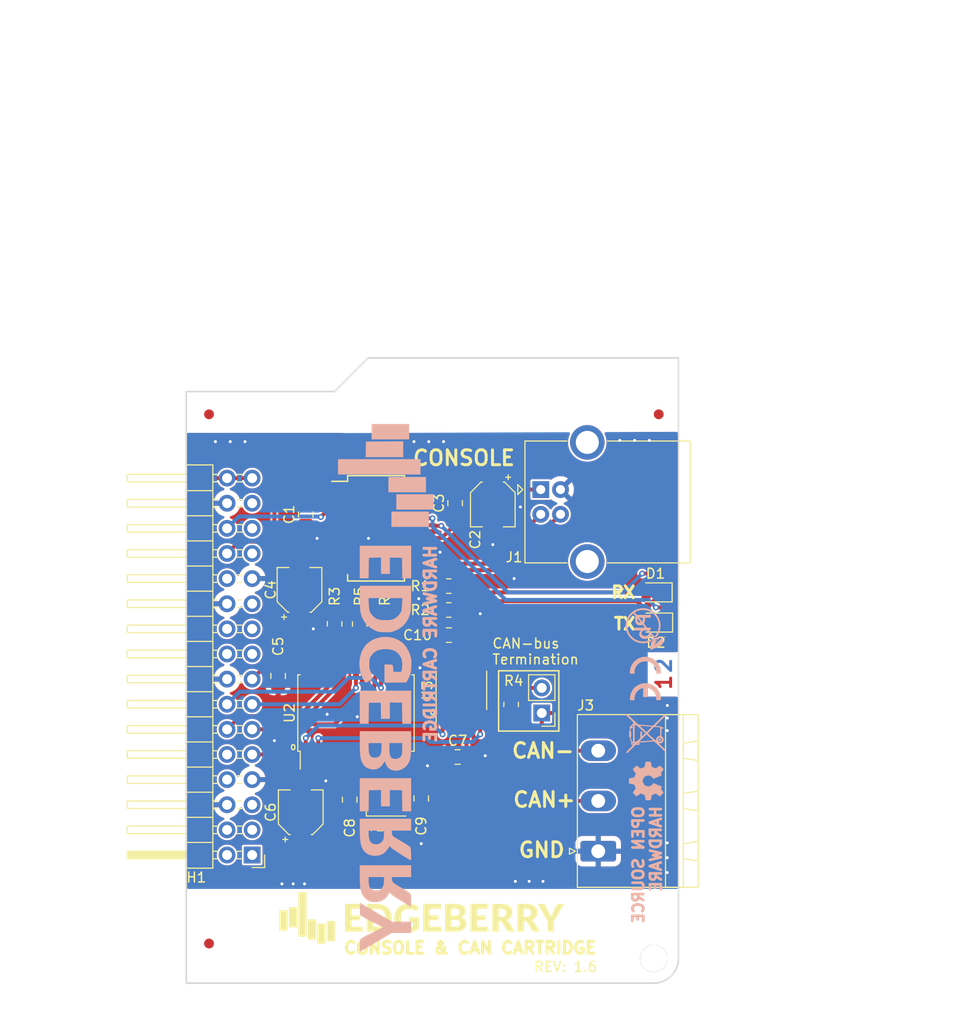
<source format=kicad_pcb>
(kicad_pcb (version 20240108) (generator "pcbnew") (generator_version "8.0")
  (layers (0 "F.Cu" mixed) (31 "B.Cu" signal) (34 "B.Paste" user) (35 "F.Paste" user) (36 "B.SilkS" user "B.Silkscreen") (37 "F.SilkS" user "F.Silkscreen") (38 "B.Mask" user) (39 "F.Mask" user) (44 "Edge.Cuts" user))
  (net 0 "")
  (net 1 "GND")
  (net 2 "LED_RX")
  (net 3 "Net-(U2-OSC2)")
  (net 4 "LED_TX")
  (net 5 "Net-(U2-OSC1)")
  (net 6 "Net-(D1-A)")
  (net 7 "Net-(D2-A)")
  (net 8 "VBUS")
  (net 9 "USB_D-")
  (net 11 "USB_D+")
  (net 15 "UART_RX")
  (net 16 "UART_TX")
  (net 17 "VCCIO")
  (net 23 "TX_CAN")
  (net 24 "RX_CAN")
  (net 25 "+3V3")
  (net 26 "+5V")
  (net 27 "SPI_SCL")
  (net 28 "SPI_MOSI")
  (net 29 "SPI_MISO")
  (net 30 "SPI_CS0")
  (net 31 "Net-(JP1-B)")
  (net 32 "Net-(U2-~{RESET})")
  (net 47 "INT")
  (net 48 "CAN_D-")
  (net 49 "CAN_D+")
  (footprint "emcosys:SpuQ_5mm_copper" (layer "F.Cu") (at 155.575 121.92)
    (property "Reference" "G***" (hide yes))
    (property "Value" "LOGO" (hide yes))
  )
  (footprint "emcosys:Hole_M2.5_small" (layer "F.Cu") (at 172.5 132.5)
    (property "Reference" "REF**" (hide yes))
    (property "Value" "Hole_M2.5_small" (hide yes))
  )
  (footprint "Fiducials:Fiducial_1mm_Dia_2.54mm_Outer_CopperTop" (layer "F.Cu") (at 127.5 77.5)
    (property "Reference" "REF**" (hide yes))
    (property "Value" "Fiducial_1mm_Dia_2.54mm_Outer_CopperTop" (hide yes))
  )
  (footprint "Fiducials:Fiducial_1mm_Dia_2.54mm_Outer_CopperTop" (layer "F.Cu") (at 173 77.5)
    (property "Reference" "REF**" (hide yes))
    (property "Value" "Fiducial_1mm_Dia_2.54mm_Outer_CopperTop" (hide yes))
  )
  (footprint "Fiducials:Fiducial_1mm_Dia_2.54mm_Outer_CopperTop" (layer "F.Cu") (at 127.5 131)
    (property "Reference" "REF**" (hide yes))
    (property "Value" "Fiducial_1mm_Dia_2.54mm_Outer_CopperTop" (hide yes))
  )
  (footprint "" (layer "F.Cu") (at 159.004 86.868)
    (property "Reference" "")
    (property "Value" "")
  )
  (footprint "Capacitor_SMD:C_0805_2012Metric" (layer "F.Cu") (at 152.654 112.141 180)
    (property "Reference" "C7")
    (property "Value" "100nF")
  )
  (footprint "" (layer "F.Cu") (at 142.494 108.077)
    (property "Reference" "")
    (property "Value" "")
  )
  (footprint "Resistor_SMD:R_0805_2012Metric" (layer "F.Cu") (at 151.765 97.282)
    (property "Reference" "R2")
    (property "Value" "22R")
  )
  (footprint "" (layer "F.Cu") (at 143.637 90.043)
    (property "Reference" "")
    (property "Value" "")
  )
  (footprint "Capacitor_SMD:C_0805_2012Metric" (layer "F.Cu") (at 137.287 87.63 90)
    (property "Reference" "C1")
    (property "Value" "100nF")
  )
  (footprint "LED_SMD:LED_0805_2012Metric" (layer "F.Cu") (at 172.6715 95.504 180)
    (property "Reference" "D1")
    (property "Value" "LED")
  )
  (footprint "" (layer "F.Cu") (at 150.876 91.44)
    (property "Reference" "")
    (property "Value" "")
  )
  (footprint "Connector_PinHeader_2.54mm:PinHeader_1x02_P2.54mm_Vertical" (layer "F.Cu") (at 161.163 107.701 180)
    (property "Reference" "JP1" (hide yes))
    (property "Value" "Jumper_2_Open" (hide yes))
  )
  (footprint "Package_SO:SSOP-28_5.3x10.2mm_P0.65mm" (layer "F.Cu") (at 144.399 89.027)
    (property "Reference" "U1")
    (property "Value" "FT232RL")
  )
  (footprint "Connector_USB:USB_B_OST_USB-B1HSxx_Horizontal" (layer "F.Cu") (at 161.0625 85.11)
    (property "Reference" "J1")
    (property "Value" "USB_B")
  )
  (footprint "Resistor_SMD:R_0805_2012Metric" (layer "F.Cu") (at 158.068 106.8305 90)
    (property "Reference" "R4")
    (property "Value" "120R")
  )
  (footprint "Package_SO:SOIC-18W_7.5x11.6mm_P1.27mm" (layer "F.Cu") (at 142.367 107.696 90)
    (property "Reference" "U2")
    (property "Value" "MCP2515")
  )
  (footprint "Capacitor_SMD:CP_Elec_4x5.4" (layer "F.Cu") (at 136.652 95.25 90)
    (property "Reference" "C4")
    (property "Value" "10uF")
  )
  (footprint "Resistor_SMD:R_0805_2012Metric" (layer "F.Cu") (at 140.208 98.679 -90)
    (property "Reference" "R3")
    (property "Value" "4K7")
  )
  (footprint "Resistor_SMD:R_0805_2012Metric" (layer "F.Cu") (at 145.288 98.7025 -90)
    (property "Reference" "R6")
    (property "Value" "4K7")
  )
  (footprint "" (layer "F.Cu") (at 173.863 109.474)
    (property "Reference" "")
    (property "Value" "")
  )
  (footprint "" (layer "F.Cu") (at 148.844 103.124)
    (property "Reference" "")
    (property "Value" "")
  )
  (footprint "Capacitor_SMD:C_0805_2012Metric" (layer "F.Cu") (at 152.4 86.487 90)
    (property "Reference" "C3")
    (property "Value" "100nF")
  )
  (footprint "" (layer "F.Cu") (at 154.94 97.663)
    (property "Reference" "")
    (property "Value" "")
  )
  (footprint "Crystal:Crystal_SMD_3225-4Pin_3.2x2.5mm" (layer "F.Cu") (at 145.415 116.459)
    (property "Reference" "Y1")
    (property "Value" "16MHz")
  )
  (footprint "LED_SMD:LED_0805_2012Metric" (layer "F.Cu") (at 172.72 98.552 180)
    (property "Reference" "D2")
    (property "Value" "LED")
  )
  (footprint "LOGO" (layer "F.Cu") (at 149.225 128.397)
    (property "Reference" "G***" (hide yes))
    (property "Value" "LOGO" (hide yes))
  )
  (footprint "Connector_PinHeader_2.54mm:PinHeader_2x16_P2.54mm_Horizontal" (layer "F.Cu") (at 131.865 122.05 180)
    (property "Reference" "H1")
    (property "Value" "Edgeberry_Cartridge_Header")
  )
  (footprint "Connector_Phoenix_MSTB:PhoenixContact_MSTBA_2,5_3-G-5,08_1x03_P5.08mm_Horizontal" (layer "F.Cu") (at 166.878 121.666 90)
    (property "Reference" "J3")
    (property "Value" "Screw_Terminal_01x03")
  )
  (footprint "Resistor_SMD:R_0805_2012Metric" (layer "F.Cu") (at 142.748 98.7025 -90)
    (property "Reference" "R5")
    (property "Value" "4K7")
  )
  (footprint "Resistor_SMD:R_0805_2012Metric" (layer "F.Cu") (at 151.765 94.869)
    (property "Reference" "R1")
    (property "Value" "22R")
  )
  (footprint "" (layer "F.Cu") (at 139.446 107.823)
    (property "Reference" "")
    (property "Value" "")
  )
  (footprint "" (layer "F.Cu") (at 138.049 99.187)
    (property "Reference" "")
    (property "Value" "")
  )
  (footprint "Capacitor_SMD:CP_Elec_4x5.4" (layer "F.Cu") (at 136.779 117.729 90)
    (property "Reference" "C6")
    (property "Value" "10uF")
  )
  (footprint "Capacitor_SMD:C_0805_2012Metric" (layer "F.Cu") (at 148.971 116.332 -90)
    (property "Reference" "C9")
    (property "Value" "22pF")
  )
  (footprint "Capacitor_SMD:C_0805_2012Metric" (layer "F.Cu") (at 134.493 103.947 -90)
    (property "Reference" "C5")
    (property "Value" "100nF")
  )
  (footprint "" (layer "F.Cu") (at 156.21 90.678)
    (property "Reference" "")
    (property "Value" "")
  )
  (footprint "Capacitor_SMD:C_0805_2012Metric" (layer "F.Cu") (at 151.765 99.822 180)
    (property "Reference" "C10")
    (property "Value" "100nF")
  )
  (footprint "Capacitor_SMD:C_0805_2012Metric" (layer "F.Cu") (at 141.732 116.459 90)
    (property "Reference" "C8")
    (property "Value" "22pF")
  )
  (footprint "Package_SO:SOIC-8_3.9x4.9mm_P1.27mm" (layer "F.Cu") (at 153.035 105.41 90)
    (property "Reference" "U3")
    (property "Value" "MCP2562")
  )
  (footprint "Capacitor_SMD:CP_Elec_4x5.4" (layer "F.Cu") (at 156.21 86.614 -90)
    (property "Reference" "C2")
    (property "Value" "10uF")
  )
  (footprint "emcosys:Hole_M2.5" (layer "B.Cu") (at 161.6974 132.299 180)
    (property "Reference" "REF**" (hide yes))
    (property "Value" "Hole_M3" (hide yes))
  )
  (footprint "emcosys:via_0.6mm" (layer "B.Cu") (at 138.557 110.236 -90)
    (property "Reference" "REF**" (hide yes))
    (property "Value" "via_0.6mm" (hide yes))
  )
  (footprint "emcosys:via_0.6mm" (layer "B.Cu") (at 149.606 113.03 -90)
    (property "Reference" "REF**" (hide yes))
    (property "Value" "via_0.6mm" (hide yes))
  )
  (footprint "emcosys:via_0.6mm" (layer "B.Cu") (at 138.43 90.043 -90)
    (property "Reference" "REF**" (hide yes))
    (property "Value" "via_0.6mm" (hide yes))
  )
  (footprint "emcosys:via_0.6mm" (layer "B.Cu") (at 151.13 109.855 -90)
    (property "Reference" "REF**" (hide yes))
    (property "Value" "via_0.6mm" (hide yes))
  )
  (footprint "emcosys:via_0.6mm" (layer "B.Cu") (at 129.643 80.264 -90)
    (property "Reference" "REF**" (hide yes))
    (property "Value" "via_0.6mm" (hide yes))
  )
  (footprint "emcosys:via_0.6mm" (layer "B.Cu") (at 138.811 87.884 -90)
    (property "Reference" "REF**" (hide yes))
    (property "Value" "via_0.6mm" (hide yes))
  )
  (footprint "emcosys:via_0.6mm" (layer "B.Cu") (at 134.874 124.968 -90)
    (property "Reference" "REF**" (hide yes))
    (property "Value" "via_0.6mm" (hide yes))
  )
  (footprint "emcosys:via_0.6mm" (layer "B.Cu") (at 139.319 114.554 -90)
    (property "Reference" "REF**" (hide yes))
    (property "Value" "via_0.6mm" (hide yes))
  )
  (footprint "emcosys:via_0.6mm" (layer "B.Cu") (at 148.717 96.139 -90)
    (property "Reference" "REF**" (hide yes))
    (property "Value" "via_0.6mm" (hide yes))
  )
  (footprint "emcosys:via_0.6mm" (layer "B.Cu") (at 154.94 109.855 -90)
    (property "Reference" "REF**" (hide yes))
    (property "Value" "via_0.6mm" (hide yes))
  )
  (footprint "emcosys:via_0.6mm" (layer "B.Cu") (at 142.367 105.156 -90)
    (property "Reference" "REF**" (hide yes))
    (property "Value" "via_0.6mm" (hide yes))
  )
  (footprint "emcosys:via_0.6mm" (layer "B.Cu") (at 128.143 80.264 -90)
    (property "Reference" "REF**" (hide yes))
    (property "Value" "via_0.6mm" (hide yes))
  )
  (footprint "emcosys:via_0.6mm" (layer "B.Cu") (at 137.287 110.236 -90)
    (property "Reference" "REF**" (hide yes))
    (property "Value" "via_0.6mm" (hide yes))
  )
  (footprint "emcosys:via_0.6mm" (layer "B.Cu") (at 172.72 97.028 -90)
    (property "Reference" "REF**" (hide yes))
    (property "Value" "via_0.6mm" (hide yes))
  )
  (footprint "emcosys:via_0.6mm" (layer "B.Cu") (at 149.733 80.264 -90)
    (property "Reference" "REF**" (hide yes))
    (property "Value" "via_0.6mm" (hide yes))
  )
  (footprint "emcosys:via_0.6mm" (layer "B.Cu") (at 172.061 80.137 -90)
    (property "Reference" "REF**" (hide yes))
    (property "Value" "via_0.6mm" (hide yes))
  )
  (footprint "emcosys:via_0.6mm" (layer "B.Cu") (at 151.233 80.264 -90)
    (property "Reference" "REF**" (hide yes))
    (property "Value" "via_0.6mm" (hide yes))
  )
  (footprint "emcosys:via_0.6mm" (layer "B.Cu") (at 137.16 124.968 -90)
    (property "Reference" "REF**" (hide yes))
    (property "Value" "via_0.6mm" (hide yes))
  )
  (footprint "emcosys:via_0.6mm" (layer "B.Cu") (at 170.561 80.137 -90)
    (property "Reference" "REF**" (hide yes))
    (property "Value" "via_0.6mm" (hide yes))
  )
  (footprint "emcosys:via_0.6mm" (layer "B.Cu") (at 136.017 124.968 -90)
    (property "Reference" "REF**" (hide yes))
    (property "Value" "via_0.6mm" (hide yes))
  )
  (footprint "emcosys:via_0.6mm" (layer "B.Cu") (at 158.369 94.107 -90)
    (property "Reference" "REF**" (hide yes))
    (property "Value" "via_0.6mm" (hide yes))
  )
  (footprint "emcosys:via_0.6mm" (layer "B.Cu") (at 131.143 80.264 -90)
    (property "Reference" "REF**" (hide yes))
    (property "Value" "via_0.6mm" (hide yes))
  )
  (footprint "emcosys:via_0.6mm" (layer "B.Cu") (at 155.448 112.014 -90)
    (property "Reference" "REF**" (hide yes))
    (property "Value" "via_0.6mm" (hide yes))
  )
  (footprint "emcosys:via_0.6mm" (layer "B.Cu") (at 134.112 110.49 90)
    (property "Reference" "REF**" (hide yes))
    (property "Value" "via_0.6mm" (hide yes))
  )
  (footprint "emcosys:via_0.6mm" (layer "B.Cu") (at 171.323 93.599 -90)
    (property "Reference" "REF**" (hide yes))
    (property "Value" "via_0.6mm" (hide yes))
  )
  (footprint "emcosys:via_0.6mm" (layer "B.Cu") (at 148.971 120.904 180)
    (property "Reference" "REF**" (hide yes))
    (property "Value" "via_0.6mm" (hide yes))
  )
  (footprint "emcosys:via_0.6mm" (layer "B.Cu") (at 173.873 108.204 -90)
    (property "Reference" "REF**" (hide yes))
    (property "Value" "via_0.6mm" (hide yes))
  )
  (footprint "emcosys:via_0.6mm" (layer "B.Cu") (at 148.233 80.264 -90)
    (property "Reference" "REF**" (hide yes))
    (property "Value" "via_0.6mm" (hide yes))
  )
  (footprint "emcosys:via_0.6mm" (layer "B.Cu") (at 161.29 124.714 -90)
    (property "Reference" "REF**" (hide yes))
    (property "Value" "via_0.6mm" (hide yes))
  )
  (footprint "emcosys:via_0.6mm" (layer "B.Cu") (at 159.893 124.714 -90)
    (property "Reference" "REF**" (hide yes))
    (property "Value" "via_0.6mm" (hide yes))
  )
  (footprint "emcosys:via_0.6mm" (layer "B.Cu") (at 169.061 80.137 -90)
    (property "Reference" "REF**" (hide yes))
    (property "Value" "via_0.6mm" (hide yes))
  )
  (footprint "emcosys:via_0.6mm" (layer "B.Cu") (at 151.003 88.773 -90)
    (property "Reference" "REF**" (hide yes))
    (property "Value" "via_0.6mm" (hide yes))
  )
  (footprint "emcosys:via_0.6mm" (layer "B.Cu") (at 173.863 122.325 -90)
    (property "Reference" "REF**" (hide yes))
    (property "Value" "via_0.6mm" (hide yes))
  )
  (footprint "emcosys:via_0.6mm" (layer "B.Cu") (at 173.863 120.825 -90)
    (property "Reference" "REF**" (hide yes))
    (property "Value" "via_0.6mm" (hide yes))
  )
  (footprint "emcosys:via_0.6mm" (layer "B.Cu") (at 173.863 123.825 -90)
    (property "Reference" "REF**" (hide yes))
    (property "Value" "via_0.6mm" (hide yes))
  )
  (footprint "emcosys:via_0.6mm" (layer "B.Cu") (at 158.496 124.714 -90)
    (property "Reference" "REF**" (hide yes))
    (property "Value" "via_0.6mm" (hide yes))
  )
  (footprint "emcosys:via_0.6mm" (layer "B.Cu") (at 144.907 105.156 -90)
    (property "Reference" "REF**" (hide yes))
    (property "Value" "via_0.6mm" (hide yes))
  )
  (footprint "emcosys:via_0.6mm" (layer "B.Cu") (at 173.873 106.934 -90)
    (property "Reference" "REF**" (hide yes))
    (property "Value" "via_0.6mm" (hide yes))
  )
  (footprint "emcosys:via_0.6mm" (layer "B.Cu") (at 150.114 88.011 -90)
    (property "Reference" "REF**" (hide yes))
    (property "Value" "via_0.6mm" (hide yes))
  )
  (footprint "LOGO" (layer "B.Cu") (at 171.65 104.2 -90)
    (property "Reference" "G***" (hide yes))
    (property "Value" "LOGO" (hide yes))
  )
  (footprint "LOGO" (layer "B.Cu") (at 171.7 109.75 -90)
    (property "Reference" "G***" (hide yes))
    (property "Value" "LOGO" (hide yes))
  )
  (footprint "LOGO" (layer "B.Cu") (at 171.704 114.554 -90)
    (property "Reference" "G***" (hide yes))
    (property "Value" "LOGO" (hide yes))
  )
  (footprint "LOGO" (layer "B.Cu") (at 145.35 105.533944 -90)
    (property "Reference" "G***" (hide yes))
    (property "Value" "LOGO" (hide yes))
  )
  (footprint "LOGO" (layer "B.Cu") (at 171.75 99.25 -90)
    (property "Reference" "G***" (hide yes))
    (property "Value" "LOGO" (hide yes))
  )
  (gr_line (start 156.798 109.521) (end 156.798 103.425) (stroke (width 0.15)) (layer "F.SilkS"))
  (gr_line (start 162.894 103.425) (end 162.894 109.521) (stroke (width 0.15)) (layer "F.SilkS"))
  (gr_line (start 162.894 109.521) (end 156.798 109.521) (stroke (width 0.15)) (layer "F.SilkS"))
  (gr_line (start 156.798 103.425) (end 162.894 103.425) (stroke (width 0.15)) (layer "F.SilkS"))
  (gr_line (start 125.2 135) (end 172.5 135) (stroke (width 0.15)) (layer "Edge.Cuts"))
  (gr_line (start 125.2 75.2) (end 125.2 135) (stroke (width 0.15)) (layer "Edge.Cuts"))
  (gr_line (start 140.2 75.2) (end 125.2 75.2) (stroke (width 0.15)) (layer "Edge.Cuts"))
  (gr_line (start 175 132.5) (end 175 71.8) (stroke (width 0.15)) (layer "Edge.Cuts"))
  (gr_line (start 175 71.8) (end 143.6 71.8) (stroke (width 0.15)) (layer "Edge.Cuts"))
  (gr_line (start 143.6 71.8) (end 140.2 75.2) (stroke (width 0.15)) (layer "Edge.Cuts"))
  (gr_arc (start 175 132.5) (mid 174.267767 134.267767) (end 172.5 135) (stroke (width 0.15)) (layer "Edge.Cuts"))
  (gr_text "1" (at 173.526 104.595 90) (layer "F.Cu") (effects (font (size 1.5 1.5) (thickness 0.3))))
  (gr_text "2" (at 173.526 102.895 90) (layer "B.Cu") (effects (font (size 1.5 1.5) (thickness 0.3))))
  (gr_text "OPEN SOURCE\nHARDWARE" (at 171.831 116.967 90) (layer "B.SilkS") (effects (font (size 1.1 1.1) (thickness 0.275)) (justify left mirror)))
  (gr_text "HARDWARE CARTRIDGE" (at 149.9 100.711 90) (layer "B.SilkS") (effects (font (size 1.2 1.2) (thickness 0.3)) (justify mirror)))
  (gr_text "CAN+" (at 161.417 116.459 0) (layer "F.SilkS") (effects (font (size 1.5 1.5) (thickness 0.3))))
  (gr_text "REV: 1.6" (at 163.576 133.35 0) (layer "F.SilkS") (effects (font (size 1 1))))
  (gr_text "O" (at 150.114 107.569 180) (layer "F.SilkS") (effects (font (size 0.5 0.5) (thickness 0.125))))
  (gr_text "RX" (at 169.418 95.504 0) (layer "F.SilkS") (effects (font (size 1.2 1.2) (thickness 0.3))))
  (gr_text "CAN-bus\nTermination" (at 156.083 101.473 0) (layer "F.SilkS") (effects (font (size 1 1)) (justify left)))
  (gr_text "O" (at 136.017 111.125 180) (layer "F.SilkS") (effects (font (size 0.5 0.5) (thickness 0.125))))
  (gr_text "CONSOLE & CAN CARTRIDGE" (at 153.924 131.445 0) (layer "F.SilkS") (effects (font (size 1.2 1.2) (thickness 0.3))))
  (gr_text "CAN-" (at 161.29 111.506 0) (layer "F.SilkS") (effects (font (size 1.5 1.5) (thickness 0.3))))
  (gr_text "GND" (at 161.163 121.539 0) (layer "F.SilkS") (effects (font (size 1.5 1.5) (thickness 0.3))))
  (gr_text "TX" (at 169.545 98.679 0) (layer "F.SilkS") (effects (font (size 1.2 1.2) (thickness 0.3))))
  (gr_text "O" (at 141.732 83.185 90) (layer "F.SilkS") (effects (font (size 0.5 0.5) (thickness 0.125))))
  (gr_text "CONSOLE" (at 153.289 81.915 0) (layer "F.SilkS") (effects (font (size 1.5 1.5) (thickness 0.3))))
  (segment (start 167.767 120.904) (end 166.878 120.904) (width 0.4) (layer "F.Cu") (net 1))
  (segment (start 148.007511 88.710511) (end 150.305511 88.710511) (width 0.4) (layer "F.Cu") (net 2))
  (segment (start 172.593 93.599) (end 171.323 93.599) (width 0.4) (layer "F.Cu") (net 2))
  (segment (start 150.305511 88.710511) (end 150.368 88.773) (width 0.4) (layer "F.Cu") (net 2))
  (segment (start 173.609 95.504) (end 173.609 94.615) (width 0.4) (layer "F.Cu") (net 2))
  (segment (start 147.999 88.702) (end 148.007511 88.710511) (width 0.4) (layer "F.Cu") (net 2))
  (segment (start 150.368 88.773) (end 151.003 88.773) (width 0.4) (layer "F.Cu") (net 2))
  (segment (start 173.609 94.615) (end 172.593 93.599) (width 0.4) (layer "F.Cu") (net 2))
  (segment (start 157.734 95.504) (end 151.003 88.773) (width 0.4) (layer "B.Cu") (net 2))
  (segment (start 169.418 95.504) (end 157.734 95.504) (width 0.4) (layer "B.Cu") (net 2))
  (segment (start 171.323 93.599) (end 169.418 95.504) (width 0.4) (layer "B.Cu") (net 2))
  (segment (start 144.526 113.792) (end 144.907 113.411) (width 0.4) (layer "F.Cu") (net 3))
  (segment (start 142.814 117.409) (end 142.914 117.309) (width 0.4) (layer "F.Cu") (net 3))
  (segment (start 142.914 114.769) (end 143.891 113.792) (width 0.4) (layer "F.Cu") (net 3))
  (segment (start 142.914 117.309) (end 142.914 114.769) (width 0.4) (layer "F.Cu") (net 3))
  (segment (start 142.914 117.309) (end 144.315 117.309) (width 0.4) (layer "F.Cu") (net 3))
  (segment (start 143.891 113.792) (end 144.526 113.792) (width 0.4) (layer "F.Cu") (net 3))
  (segment (start 141.732 117.409) (end 142.814 117.409) (width 0.4) (layer "F.Cu") (net 3))
  (segment (start 144.907 113.411) (end 144.907 112.346) (width 0.4) (layer "F.Cu") (net 3))
  (segment (start 149.479 88.011) (end 150.114 88.011) (width 0.4) (layer "F.Cu") (net 4))
  (segment (start 173.6575 98.552) (end 173.6575 97.4575) (width 0.4) (layer "F.Cu") (net 4))
  (segment (start 149.438 88.052) (end 149.479 88.011) (width 0.4) (layer "F.Cu") (net 4))
  (segment (start 173.228 97.028) (end 172.72 97.028) (width 0.4) (layer "F.Cu") (net 4))
  (segment (start 173.6575 97.4575) (end 173.228 97.028) (width 0.4) (layer "F.Cu") (net 4))
  (segment (start 147.999 88.052) (end 149.438 88.052) (width 0.4) (layer "F.Cu") (net 4))
  (segment (start 173.736 99.1385) (end 173.6575 99.06) (width 0.4) (layer "F.Cu") (net 4))
  (segment (start 171.958 96.266) (end 172.72 97.028) (width 0.4) (layer "B.Cu") (net 4))
  (segment (start 150.114 88.011) (end 150.114 88.873259) (width 0.4) (layer "B.Cu") (net 4))
  (segment (start 157.506741 96.266) (end 171.958 96.266) (width 0.4) (layer "B.Cu") (net 4))
  (segment (start 150.114 88.873259) (end 157.506741 96.266) (width 0.4) (layer "B.Cu") (net 4))
  (segment (start 147.789 115.609) (end 146.515 115.609) (width 0.4) (layer "F.Cu") (net 5))
  (segment (start 148.016 115.382) (end 147.789 115.609) (width 0.4) (layer "F.Cu") (net 5))
  (segment (start 148.971 115.382) (end 148.016 115.382) (width 0.4) (layer "F.Cu") (net 5))
  (segment (start 146.177 113.919) (end 146.515 114.257) (width 0.4) (layer "F.Cu") (net 5))
  (segment (start 146.177 112.346) (end 146.177 113.919) (width 0.4) (layer "F.Cu") (net 5))
  (segment (start 146.515 114.257) (end 146.515 115.609) (width 0.4) (layer "F.Cu") (net 5))
  (segment (start 153.67 94.869) (end 154.305 95.504) (width 0.4) (layer "F.Cu") (net 6))
  (segment (start 152.6775 94.869) (end 153.67 94.869) (width 0.4) (layer "F.Cu") (net 6))
  (segment (start 154.305 95.504) (end 171.734 95.504) (width 0.4) (layer "F.Cu") (net 6))
  (segment (start 171.7825 97.3605) (end 171.7825 98.552) (width 0.4) (layer "F.Cu") (net 7))
  (segment (start 153.289 97.282) (end 154.178 96.393) (width 0.4) (layer "F.Cu") (net 7))
  (segment (start 152.6775 97.282) (end 153.289 97.282) (width 0.4) (layer "F.Cu") (net 7))
  (segment (start 154.178 96.393) (end 170.815 96.393) (width 0.4) (layer "F.Cu") (net 7))
  (segment (start 170.815 96.393) (end 171.7825 97.3605) (width 0.4) (layer "F.Cu") (net 7))
  (segment (start 155.704 85.11) (end 161.0625 85.11) (width 0.4) (layer "F.Cu") (net 8))
  (segment (start 152.4 88.646) (end 151.044 90.002) (width 0.4) (layer "F.Cu") (net 8))
  (segment (start 155.575 85.239) (end 155.704 85.11) (width 0.4) (layer "F.Cu") (net 8))
  (segment (start 151.044 90.002) (end 147.999 90.002) (width 0.4) (layer "F.Cu") (net 8))
  (segment (start 154.305 87.122) (end 153.924 87.503) (width 0.4) (layer "F.Cu") (net 8))
  (segment (start 152.4 87.437) (end 152.4 88.646) (width 0.4) (layer "F.Cu") (net 8))
  (segment (start 153.924 87.503) (end 152.466 87.503) (width 0.4) (layer "F.Cu") (net 8))
  (segment (start 156.21 84.814) (end 155.216 84.814) (width 0.4) (layer "F.Cu") (net 8))
  (segment (start 154.305 85.725) (end 154.305 87.122) (width 0.4) (layer "F.Cu") (net 8))
  (segment (start 155.216 84.814) (end 154.305 85.725) (width 0.4) (layer "F.Cu") (net 8))
  (segment (start 152.466 87.503) (end 152.4 87.437) (width 0.4) (layer "F.Cu") (net 8))
  (segment (start 156.0705 92.602) (end 147.999 92.602) (width 0.4) (layer "F.Cu") (net 9))
  (segment (start 161.0625 87.61) (end 156.0705 92.602) (width 0.4) (layer "F.Cu") (net 9))
  (segment (start 157.4205 93.252) (end 147.999 93.252) (width 0.4) (layer "F.Cu") (net 11))
  (segment (start 163.0625 87.61) (end 157.4205 93.252) (width 0.4) (layer "F.Cu") (net 11))
  (segment (start 140.799 84.802) (end 135.797 84.802) (width 0.4) (layer "F.Cu") (net 15))
  (segment (start 134.112 86.487) (end 134.112 88.646) (width 0.4) (layer "F.Cu") (net 15))
  (segment (start 132.387511 90.370489) (end 130.529511 90.370489) (width 0.4) (layer "F.Cu") (net 15))
  (segment (start 135.797 84.802) (end 134.112 86.487) (width 0.4) (layer "F.Cu") (net 15))
  (segment (start 134.112 88.646) (end 132.387511 90.370489) (width 0.4) (layer "F.Cu") (net 15))
  (segment (start 130.529511 90.370489) (end 129.33 91.57) (width 0.4) (layer "F.Cu") (net 15))
  (segment (start 139.293 87.402) (end 138.811 87.884) (width 0.4) (layer "F.Cu") (net 16))
  (segment (start 140.799 87.402) (end 139.293 87.402) (width 0.4) (layer "F.Cu") (net 16))
  (segment (start 130.529511 87.830489) (end 129.33 89.03) (width 0.4) (layer "B.Cu") (net 16))
  (segment (start 138.811 87.884) (end 138.757489 87.830489) (width 0.4) (layer "B.Cu") (net 16))
  (segment (start 138.757489 87.830489) (end 130.529511 87.830489) (width 0.4) (layer "B.Cu") (net 16))
  (segment (start 146.181 91.952) (end 146.177 91.948) (width 0.4) (layer "F.Cu") (net 17))
  (segment (start 150.8525 97.282) (end 150.8525 94.869) (width 0.4) (layer "F.Cu") (net 17))
  (segment (start 147.447 94.869) (end 150.8525 94.869) (width 0.4) (layer "F.Cu") (net 17))
  (segment (start 140.799 86.752) (end 143.013 86.752) (width 0.4) (layer "F.Cu") (net 17))
  (segment (start 140.799 86.752) (end 137.359 86.752) (width 0.4) (layer "F.Cu") (net 17))
  (segment (start 146.177 91.948) (end 146.177 93.599) (width 0.4) (layer "F.Cu") (net 17))
  (segment (start 146.177 93.599) (end 147.447 94.869) (width 0.4) (layer "F.Cu") (net 17))
  (segment (start 146.181 89.92) (end 146.181 91.952) (width 0.4) (layer "F.Cu") (net 17))
  (segment (start 147.999 91.952) (end 146.181 91.952) (width 0.4) (layer "F.Cu") (net 17))
  (segment (start 143.013 86.752) (end 146.181 89.92) (width 0.4) (layer "F.Cu") (net 17))
  (segment (start 137.359 86.752) (end 137.287 86.68) (width 0.4) (layer "F.Cu") (net 17))
  (segment (start 137.287 112.346) (end 137.287 110.236) (width 0.4) (layer "F.Cu") (net 23))
  (segment (start 151.13 109.855) (end 151.13 107.885) (width 0.4) (layer "F.Cu") (net 23))
  (segment (start 138.557 108.966) (end 137.287 110.236) (width 0.4) (layer "B.Cu") (net 23))
  (segment (start 150.241 108.966) (end 138.557 108.966) (width 0.4) (layer "B.Cu") (net 23))
  (segment (start 151.13 109.855) (end 150.241 108.966) (width 0.4) (layer "B.Cu") (net 23))
  (segment (start 154.94 109.855) (end 154.94 107.885) (width 0.4) (layer "F.Cu") (net 24))
  (segment (start 138.557 112.346) (end 138.557 110.236) (width 0.4) (layer "F.Cu") (net 24))
  (segment (start 138.557 110.236) (end 149.479 110.236) (width 0.4) (layer "B.Cu") (net 24))
  (segment (start 149.86 110.617) (end 154.178 110.617) (width 0.4) (layer "B.Cu") (net 24))
  (segment (start 149.479 110.236) (end 149.86 110.617) (width 0.4) (layer "B.Cu") (net 24))
  (segment (start 154.178 110.617) (end 154.94 109.855) (width 0.4) (layer "B.Cu") (net 24))
  (segment (start 131.87 104.27) (end 133.096 103.044) (width 0.4) (layer "F.Cu") (net 25))
  (segment (start 133.096 102.997) (end 134.493 102.997) (width 0.4) (layer "F.Cu") (net 25))
  (segment (start 140.208 97.7665) (end 142.7245 97.7665) (width 0.4) (layer "F.Cu") (net 25))
  (segment (start 134.493 102.997) (end 137.238 102.997) (width 0.4) (layer "F.Cu") (net 25))
  (segment (start 137.238 102.997) (end 137.287 103.046) (width 0.4) (layer "F.Cu") (net 25))
  (segment (start 136.652 100.33) (end 136.652 97.05) (width 0.4) (layer "F.Cu") (net 25))
  (segment (start 138.6605 97.7665) (end 140.208 97.7665) (width 0.4) (layer "F.Cu") (net 25))
  (segment (start 154.94 100.838) (end 154.94 102.935) (width 0.4) (layer "F.Cu") (net 25))
  (segment (start 147.066 97.79) (end 147.828 98.552) (width 0.4) (layer "F.Cu") (net 25))
  (segment (start 133.096 103.044) (end 133.096 102.997) (width 0.4) (layer "F.Cu") (net 25))
  (segment (start 147.828 98.552) (end 152.4 98.552) (width 0.4) (layer "F.Cu") (net 25))
  (segment (start 137.944 97.05) (end 138.6605 97.7665) (width 0.4) (layer "F.Cu") (net 25))
  (segment (start 137.287 103.046) (end 137.287 100.965) (width 0.4) (layer "F.Cu") (net 25))
  (segment (start 142.748 97.79) (end 145.288 97.79) (width 0.4) (layer "F.Cu") (net 25))
  (segment (start 142.7245 97.7665) (end 142.748 97.79) (width 0.4) (layer "F.Cu") (net 25))
  (segment (start 152.715 98.867) (end 152.715 99.822) (width 0.4) (layer "F.Cu") (net 25))
  (segment (start 137.287 100.965) (end 136.652 100.33) (width 0.4) (layer "F.Cu") (net 25))
  (segment (start 152.715 99.822) (end 153.924 99.822) (width 0.4) (layer "F.Cu") (net 25))
  (segment (start 152.4 98.552) (end 152.715 98.867) (width 0.4) (layer "F.Cu") (net 25))
  (segment (start 153.924 99.822) (end 154.94 100.838) (width 0.4) (layer "F.Cu") (net 25))
  (segment (start 145.288 97.79) (end 147.066 97.79) (width 0.4) (layer "F.Cu") (net 25))
  (segment (start 136.652 97.05) (end 137.944 97.05) (width 0.4) (layer "F.Cu") (net 25))
  (segment (start 127.378 83.95) (end 126.746 84.582) (width 0.4) (layer "F.Cu") (net 26))
  (segment (start 126.746 122.936) (end 128.016 124.206) (width 0.4) (layer "F.Cu") (net 26))
  (segment (start 153.67 110.363) (end 153.543 110.49) (width 0.4) (layer "F.Cu") (net 26))
  (segment (start 131.87 83.95) (end 129.33 83.95) (width 0.4) (layer "F.Cu") (net 26))
  (segment (start 126.746 84.582) (end 126.746 122.936) (width 0.4) (layer "F.Cu") (net 26))
  (segment (start 153.648 115.951) (end 153.648 112.185) (width 0.4) (layer "F.Cu") (net 26))
  (segment (start 147.955 124.206) (end 153.648 118.513) (width 0.4) (layer "F.Cu") (net 26))
  (segment (start 153.67 107.885) (end 153.67 110.363) (width 0.4) (layer "F.Cu") (net 26))
  (segment (start 136.779 119.529) (end 136.779 124.206) (width 0.4) (layer "F.Cu") (net 26))
  (segment (start 153.648 112.185) (end 153.604 112.141) (width 0.4) (layer "F.Cu") (net 26))
  (segment (start 128.016 124.206) (end 136.779 124.206) (width 0.4) (layer "F.Cu") (net 26))
  (segment (start 153.648 118.513) (end 153.648 115.951) (width 0.4) (layer "F.Cu") (net 26))
  (segment (start 153.543 112.08) (end 153.604 112.141) (width 0.4) (layer "F.Cu") (net 26))
  (segment (start 129.33 83.95) (end 127.378 83.95) (width 0.4) (layer "F.Cu") (net 26))
  (segment (start 153.543 110.49) (end 153.543 112.08) (width 0.4) (layer "F.Cu") (net 26))
  (segment (start 136.779 124.206) (end 147.955 124.206) (width 0.4) (layer "F.Cu") (net 26))
  (segment (start 134.4077 111.89) (end 131.87 111.89) (width 0.4) (layer "F.Cu") (net 27))
  (segment (start 137.4587 108.839) (end 134.4077 111.89) (width 0.4) (layer "F.Cu") (net 27))
  (segment (start 143.637 103.046) (end 143.637 105.41) (width 0.4) (layer "F.Cu") (net 27))
  (segment (start 140.208 108.839) (end 137.4587 108.839) (width 0.4) (layer "F.Cu") (net 27))
  (segment (start 143.637 105.41) (end 140.208 108.839) (width 0.4) (layer "F.Cu") (net 27))
  (segment (start 142.367 103.046) (end 142.367 105.156) (width 0.4) (layer "F.Cu") (net 28))
  (segment (start 142.367 105.156) (end 140.713 106.81) (width 0.4) (layer "B.Cu") (net 28))
  (segment (start 140.713 106.81) (end 131.87 106.81) (width 0.4) (layer "B.Cu") (net 28))
  (segment (start 141.097 103.046) (end 141.097 104.35285) (width 0.4) (layer "F.Cu") (net 29))
  (segment (start 141.097 104.35285) (end 136.09985 109.35) (width 0.4) (layer "F.Cu") (net 29))
  (segment (start 136.09985 109.35) (end 131.87 109.35) (width 0.4) (layer "F.Cu") (net 29))
  (segment (start 139.827 101.727) (end 139.827 103.046) (width 0.4) (layer "F.Cu") (net 30))
  (segment (start 139.827 103.046) (end 139.827 104.775) (width 0.4) (layer "F.Cu") (net 30))
  (segment (start 142.113 101.092) (end 140.462 101.092) (width 0.4) (layer "F.Cu") (net 30))
  (segment (start 136.652 107.95) (end 133.731 107.95) (width 0.4) (layer "F.Cu") (net 30))
  (segment (start 142.748 99.615) (end 142.748 100.457) (width 0.4) (layer "F.Cu") (net 30))
  (segment (start 133.731 107.95) (end 133.671489 108.009511) (width 0.4) (layer "F.Cu") (net 30))
  (segment (start 142.748 100.457) (end 142.113 101.092) (width 0.4) (layer "F.Cu") (net 30))
  (segment (start 140.462 101.092) (end 139.827 101.727) (width 0.4) (layer "F.Cu") (net 30))
  (segment (start 139.827 104.775) (end 136.652 107.95) (width 0.4) (layer "F.Cu") (net 30))
  (segment (start 130.670489 108.009511) (end 129.33 109.35) (width 0.4) (layer "F.Cu") (net 30))
  (segment (start 133.671489 108.009511) (end 130.670489 108.009511) (width 0.4) (layer "F.Cu") (net 30))
  (segment (start 158.877 105.918) (end 159.639 105.156) (width 0.4) (layer "F.Cu") (net 31))
  (segment (start 158.068 105.918) (end 158.877 105.918) (width 0.4) (layer "F.Cu") (net 31))
  (segment (start 159.639 105.156) (end 159.644 105.161) (width 0.4) (layer "F.Cu") (net 31))
  (segment (start 159.644 105.161) (end 161.163 105.161) (width 0.4) (layer "F.Cu") (net 31))
  (segment (start 138.938 100.584) (end 138.557 100.965) (width 0.4) (layer "F.Cu") (net 32))
  (segment (start 140.208 100.33) (end 139.954 100.584) (width 0.4) (layer "F.Cu") (net 32))
  (segment (start 140.208 99.5915) (end 140.208 100.33) (width 0.4) (layer "F.Cu") (net 32))
  (segment (start 139.954 100.584) (end 138.938 100.584) (width 0.4) (layer "F.Cu") (net 32))
  (segment (start 138.557 100.965) (end 138.557 103.046) (width 0.4) (layer "F.Cu") (net 32))
  (segment (start 144.907 101.092) (end 144.907 103.046) (width 0.4) (layer "F.Cu") (net 47))
  (segment (start 145.288 100.711) (end 144.907 101.092) (width 0.4) (layer "F.Cu") (net 47))
  (segment (start 144.907 103.046) (end 144.907 105.156) (width 0.4) (layer "F.Cu") (net 47))
  (segment (start 145.288 99.615) (end 145.288 100.711) (width 0.4) (layer "F.Cu") (net 47))
  (segment (start 140.208 105.537) (end 130.603 105.537) (width 0.4) (layer "B.Cu") (net 47))
  (segment (start 130.603 105.537) (end 129.33 106.81) (width 0.4) (layer "B.Cu") (net 47))
  (segment (start 141.605 104.14) (end 140.208 105.537) (width 0.4) (layer "B.Cu") (net 47))
  (segment (start 143.891 104.14) (end 141.605 104.14) (width 0.4) (layer "B.Cu") (net 47))
  (segment (start 144.907 105.156) (end 143.891 104.14) (width 0.4) (layer "B.Cu") (net 47))
  (segment (start 162.428 107.701) (end 161.163 107.701) (width 0.4) (layer "F.Cu") (net 48))
  (segment (start 162.179 103.759) (end 162.814 104.394) (width 0.4) (layer "F.Cu") (net 48))
  (segment (start 162.814 111.506) (end 166.878 111.506) (width 0.4) (layer "F.Cu") (net 48))
  (segment (start 162.814 104.394) (end 162.814 107.315) (width 0.4) (layer "F.Cu") (net 48))
  (segment (start 153.67 102.935) (end 153.67 104.267) (width 0.4) (layer "F.Cu") (net 48))
  (segment (start 161.163 107.701) (end 161.163 109.855) (width 0.4) (layer "F.Cu") (net 48))
  (segment (start 154.178 104.775) (end 156.083 104.775) (width 0.4) (layer "F.Cu") (net 48))
  (segment (start 153.67 104.267) (end 154.178 104.775) (width 0.4) (layer "F.Cu") (net 48))
  (segment (start 157.099 103.759) (end 162.179 103.759) (width 0.4) (layer "F.Cu") (net 48))
  (segment (start 161.163 109.855) (end 162.814 111.506) (width 0.4) (layer "F.Cu") (net 48))
  (segment (start 162.814 107.315) (end 162.428 107.701) (width 0.4) (layer "F.Cu") (net 48))
  (segment (start 156.083 104.775) (end 157.099 103.759) (width 0.4) (layer "F.Cu") (net 48))
  (segment (start 163.576 116.586) (end 166.878 116.586) (width 0.4) (layer "F.Cu") (net 49))
  (segment (start 152.4 102.935) (end 152.4 105.156) (width 0.4) (layer "F.Cu") (net 49))
  (segment (start 153.162 105.918) (end 155.194 105.918) (width 0.4) (layer "F.Cu") (net 49))
  (segment (start 155.194 105.918) (end 157.019 107.743) (width 0.4) (layer "F.Cu") (net 49))
  (segment (start 152.4 105.156) (end 153.162 105.918) (width 0.4) (layer "F.Cu") (net 49))
  (segment (start 157.019 107.743) (end 158.068 107.743) (width 0.4) (layer "F.Cu") (net 49))
  (segment (start 158.068 111.078) (end 163.576 116.586) (width 0.4) (layer "F.Cu") (net 49))
  (segment (start 158.068 107.743) (end 158.068 111.078) (width 0.4) (layer "F.Cu") (net 49))
  (zone (net 0) (net_name "") (layer "F.Cu") (connect_pads (clearance 0)) (min_thickness 0.2)
    (keepout (tracks not_allowed) (vias not_allowed) (pads allowed) (copperpour not_allowed) (footprints allowed))
    (fill (thermal_gap 0.508) (thermal_bridge_width 0.508))
    (polygon (pts (xy 174.879 106.045) (xy 171.875 106.045) (xy 171.875 101.545) (xy 174.879 101.545)))
  )
  (zone (net 0) (net_name "") (layer "F.Cu") (connect_pads (clearance 0)) (min_thickness 0.254)
    (keepout (tracks not_allowed) (vias not_allowed) (pads not_allowed) (copperpour not_allowed) (footprints not_allowed))
    (fill (thermal_gap 0.508) (thermal_bridge_width 0.508))
    (polygon (pts (xy 128.905 78.867) (xy 126.111 78.867) (xy 126.111 76.073) (xy 128.905 76.073)))
  )
  (zone (net 0) (net_name "") (layer "F.Cu") (connect_pads (clearance 0)) (min_thickness 0.254)
    (keepout (tracks not_allowed) (vias not_allowed) (pads not_allowed) (copperpour not_allowed) (footprints not_allowed))
    (fill (thermal_gap 0.508) (thermal_bridge_width 0.508))
    (polygon (pts (xy 128.905 132.334) (xy 126.111 132.334) (xy 126.111 129.667) (xy 128.905 129.667)))
  )
  (zone (net 1) (net_name "GND") (layer "F.Cu") (connect_pads (clearance 0.2)) (min_thickness 0.254) (fill yes (thermal_gap 0.508) (thermal_bridge_width 0.508))
    (polygon (pts (xy 175.006 125.476) (xy 125.222 125.476) (xy 125.222 79.375) (xy 140.208 79.375) (xy 141.498887 79.427838) (xy 175.026887 79.300838)))
  )
  (zone (net 0) (net_name "") (layer "F.Cu") (connect_pads (clearance 0)) (min_thickness 0.254)
    (keepout (tracks not_allowed) (vias not_allowed) (pads not_allowed) (copperpour not_allowed) (footprints not_allowed))
    (fill (thermal_gap 0.508) (thermal_bridge_width 0.508))
    (polygon (pts (xy 174.371 78.867) (xy 171.577 78.867) (xy 171.577 76.073) (xy 174.371 76.073)))
  )
  (zone (net 0) (net_name "") (layer "B.Cu") (connect_pads (clearance 0)) (min_thickness 0.2)
    (keepout (tracks not_allowed) (vias not_allowed) (pads allowed) (copperpour not_allowed) (footprints allowed))
    (fill (thermal_gap 0.508) (thermal_bridge_width 0.508))
    (polygon (pts (xy 174.879 106.045) (xy 171.875 106.045) (xy 171.875 101.545) (xy 174.879 101.545)))
  )
  (zone (net 1) (net_name "GND") (layer "B.Cu") (connect_pads (clearance 0.2)) (min_thickness 0.254) (fill yes (thermal_gap 0.508) (thermal_bridge_width 0.508))
    (polygon (pts (xy 175.006 125.476) (xy 125.222 125.476) (xy 125.222 79.375) (xy 140.208 79.375) (xy 141.498772 79.397535) (xy 175.026772 79.270535)))
  )
)
</source>
